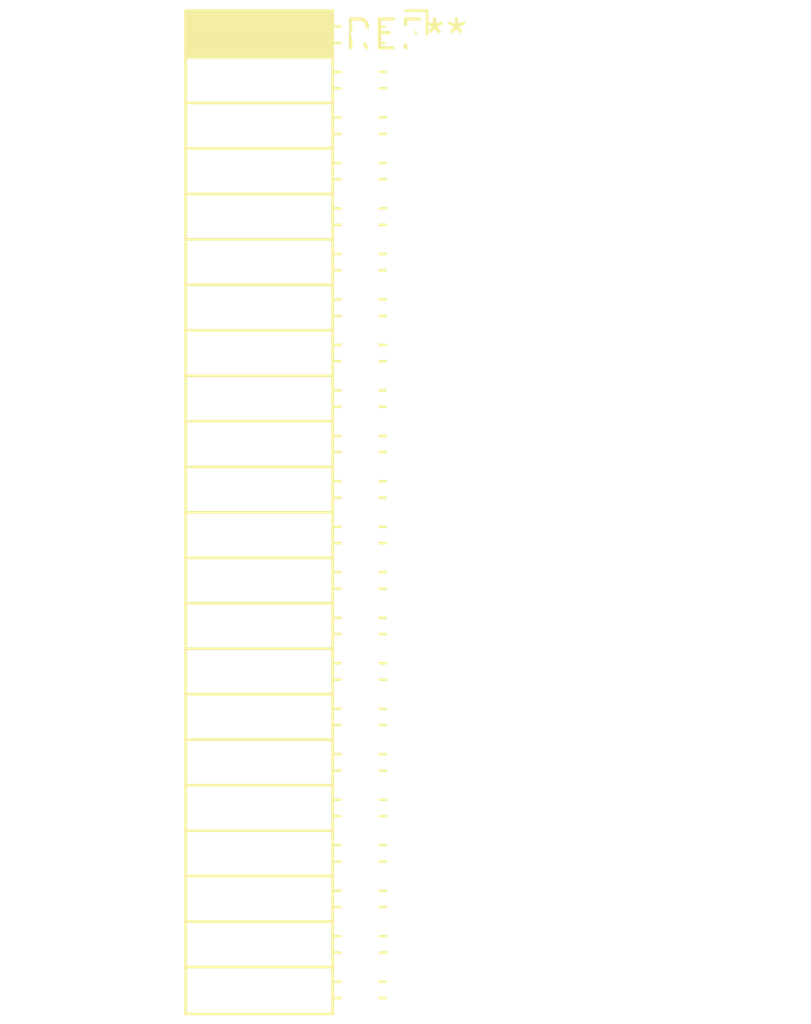
<source format=kicad_pcb>
(kicad_pcb (version 20240108) (generator pcbnew)
  (layers (0 "F.Cu" signal) (31 "B.Cu" signal) (34 "B.Paste" user) (35 "F.Paste" user) (36 "B.SilkS" user "B.Silkscreen") (37 "F.SilkS" user "F.Silkscreen") (38 "B.Mask" user) (39 "F.Mask" user) (44 "Edge.Cuts" user))
  (net 0 "")
  (footprint "PinSocket_2x22_P2.00mm_Horizontal" (layer "F.Cu") (at 0 0)
    (property "Reference" "REF**")
    (property "Value" "PinSocket_2x22_P2.00mm_Horizontal")
    (fp_line (start -9.68 -1.06) (end -9.68 43.06) (layer "F.SilkS") (stroke (width 0.12)))
    (fp_line (start -9.68 -1.06) (end -3.21 -1.06) (layer "F.SilkS") (stroke (width 0.12)))
    (fp_line (start -9.68 -0.94) (end -3.21 -0.94) (layer "F.SilkS") (stroke (width 0.12)))
    (fp_line (start -9.68 -0.825882) (end -3.21 -0.825882) (layer "F.SilkS") (stroke (width 0.12)))
    (fp_line (start -9.68 -0.711764) (end -3.21 -0.711764) (layer "F.SilkS") (stroke (width 0.12)))
    (fp_line (start -9.68 -0.597646) (end -3.21 -0.597646) (layer "F.SilkS") (stroke (width 0.12)))
    (fp_line (start -9.68 -0.483528) (end -3.21 -0.483528) (layer "F.SilkS") (stroke (width 0.12)))
    (fp_line (start -9.68 -0.36941) (end -3.21 -0.36941) (layer "F.SilkS") (stroke (width 0.12)))
    (fp_line (start -9.68 -0.255292) (end -3.21 -0.255292) (layer "F.SilkS") (stroke (width 0.12)))
    (fp_line (start -9.68 -0.141174) (end -3.21 -0.141174) (layer "F.SilkS") (stroke (width 0.12)))
    (fp_line (start -9.68 -0.027056) (end -3.21 -0.027056) (layer "F.SilkS") (stroke (width 0.12)))
    (fp_line (start -9.68 0.087062) (end -3.21 0.087062) (layer "F.SilkS") (stroke (width 0.12)))
    (fp_line (start -9.68 0.20118) (end -3.21 0.20118) (layer "F.SilkS") (stroke (width 0.12)))
    (fp_line (start -9.68 0.315298) (end -3.21 0.315298) (layer "F.SilkS") (stroke (width 0.12)))
    (fp_line (start -9.68 0.429416) (end -3.21 0.429416) (layer "F.SilkS") (stroke (width 0.12)))
    (fp_line (start -9.68 0.543534) (end -3.21 0.543534) (layer "F.SilkS") (stroke (width 0.12)))
    (fp_line (start -9.68 0.657652) (end -3.21 0.657652) (layer "F.SilkS") (stroke (width 0.12)))
    (fp_line (start -9.68 0.77177) (end -3.21 0.77177) (layer "F.SilkS") (stroke (width 0.12)))
    (fp_line (start -9.68 0.885888) (end -3.21 0.885888) (layer "F.SilkS") (stroke (width 0.12)))
    (fp_line (start -9.68 1) (end -3.21 1) (layer "F.SilkS") (stroke (width 0.12)))
    (fp_line (start -9.68 3) (end -3.21 3) (layer "F.SilkS") (stroke (width 0.12)))
    (fp_line (start -9.68 5) (end -3.21 5) (layer "F.SilkS") (stroke (width 0.12)))
    (fp_line (start -9.68 7) (end -3.21 7) (layer "F.SilkS") (stroke (width 0.12)))
    (fp_line (start -9.68 9) (end -3.21 9) (layer "F.SilkS") (stroke (width 0.12)))
    (fp_line (start -9.68 11) (end -3.21 11) (layer "F.SilkS") (stroke (width 0.12)))
    (fp_line (start -9.68 13) (end -3.21 13) (layer "F.SilkS") (stroke (width 0.12)))
    (fp_line (start -9.68 15) (end -3.21 15) (layer "F.SilkS") (stroke (width 0.12)))
    (fp_line (start -9.68 17) (end -3.21 17) (layer "F.SilkS") (stroke (width 0.12)))
    (fp_line (start -9.68 19) (end -3.21 19) (layer "F.SilkS") (stroke (width 0.12)))
    (fp_line (start -9.68 21) (end -3.21 21) (layer "F.SilkS") (stroke (width 0.12)))
    (fp_line (start -9.68 23) (end -3.21 23) (layer "F.SilkS") (stroke (width 0.12)))
    (fp_line (start -9.68 25) (end -3.21 25) (layer "F.SilkS") (stroke (width 0.12)))
    (fp_line (start -9.68 27) (end -3.21 27) (layer "F.SilkS") (stroke (width 0.12)))
    (fp_line (start -9.68 29) (end -3.21 29) (layer "F.SilkS") (stroke (width 0.12)))
    (fp_line (start -9.68 31) (end -3.21 31) (layer "F.SilkS") (stroke (width 0.12)))
    (fp_line (start -9.68 33) (end -3.21 33) (layer "F.SilkS") (stroke (width 0.12)))
    (fp_line (start -9.68 35) (end -3.21 35) (layer "F.SilkS") (stroke (width 0.12)))
    (fp_line (start -9.68 37) (end -3.21 37) (layer "F.SilkS") (stroke (width 0.12)))
    (fp_line (start -9.68 39) (end -3.21 39) (layer "F.SilkS") (stroke (width 0.12)))
    (fp_line (start -9.68 41) (end -3.21 41) (layer "F.SilkS") (stroke (width 0.12)))
    (fp_line (start -9.68 43.06) (end -3.21 43.06) (layer "F.SilkS") (stroke (width 0.12)))
    (fp_line (start -3.21 -1.06) (end -3.21 43.06) (layer "F.SilkS") (stroke (width 0.12)))
    (fp_line (start -3.21 -0.36) (end -2.862917 -0.36) (layer "F.SilkS") (stroke (width 0.12)))
    (fp_line (start -3.21 0.36) (end -2.862917 0.36) (layer "F.SilkS") (stroke (width 0.12)))
    (fp_line (start -3.21 1.64) (end -2.862917 1.64) (layer "F.SilkS") (stroke (width 0.12)))
    (fp_line (start -3.21 2.36) (end -2.862917 2.36) (layer "F.SilkS") (stroke (width 0.12)))
    (fp_line (start -3.21 3.64) (end -2.862917 3.64) (layer "F.SilkS") (stroke (width 0.12)))
    (fp_line (start -3.21 4.36) (end -2.862917 4.36) (layer "F.SilkS") (stroke (width 0.12)))
    (fp_line (start -3.21 5.64) (end -2.862917 5.64) (layer "F.SilkS") (stroke (width 0.12)))
    (fp_line (start -3.21 6.36) (end -2.862917 6.36) (layer "F.SilkS") (stroke (width 0.12)))
    (fp_line (start -3.21 7.64) (end -2.862917 7.64) (layer "F.SilkS") (stroke (width 0.12)))
    (fp_line (start -3.21 8.36) (end -2.862917 8.36) (layer "F.SilkS") (stroke (width 0.12)))
    (fp_line (start -3.21 9.64) (end -2.862917 9.64) (layer "F.SilkS") (stroke (width 0.12)))
    (fp_line (start -3.21 10.36) (end -2.862917 10.36) (layer "F.SilkS") (stroke (width 0.12)))
    (fp_line (start -3.21 11.64) (end -2.862917 11.64) (layer "F.SilkS") (stroke (width 0.12)))
    (fp_line (start -3.21 12.36) (end -2.862917 12.36) (layer "F.SilkS") (stroke (width 0.12)))
    (fp_line (start -3.21 13.64) (end -2.862917 13.64) (layer "F.SilkS") (stroke (width 0.12)))
    (fp_line (start -3.21 14.36) (end -2.862917 14.36) (layer "F.SilkS") (stroke (width 0.12)))
    (fp_line (start -3.21 15.64) (end -2.862917 15.64) (layer "F.SilkS") (stroke (width 0.12)))
    (fp_line (start -3.21 16.36) (end -2.862917 16.36) (layer "F.SilkS") (stroke (width 0.12)))
    (fp_line (start -3.21 17.64) (end -2.862917 17.64) (layer "F.SilkS") (stroke (width 0.12)))
    (fp_line (start -3.21 18.36) (end -2.862917 18.36) (layer "F.SilkS") (stroke (width 0.12)))
    (fp_line (start -3.21 19.64) (end -2.862917 19.64) (layer "F.SilkS") (stroke (width 0.12)))
    (fp_line (start -3.21 20.36) (end -2.862917 20.36) (layer "F.SilkS") (stroke (width 0.12)))
    (fp_line (start -3.21 21.64) (end -2.862917 21.64) (layer "F.SilkS") (stroke (width 0.12)))
    (fp_line (start -3.21 22.36) (end -2.862917 22.36) (layer "F.SilkS") (stroke (width 0.12)))
    (fp_line (start -3.21 23.64) (end -2.862917 23.64) (layer "F.SilkS") (stroke (width 0.12)))
    (fp_line (start -3.21 24.36) (end -2.862917 24.36) (layer "F.SilkS") (stroke (width 0.12)))
    (fp_line (start -3.21 25.64) (end -2.862917 25.64) (layer "F.SilkS") (stroke (width 0.12)))
    (fp_line (start -3.21 26.36) (end -2.862917 26.36) (layer "F.SilkS") (stroke (width 0.12)))
    (fp_line (start -3.21 27.64) (end -2.862917 27.64) (layer "F.SilkS") (stroke (width 0.12)))
    (fp_line (start -3.21 28.36) (end -2.862917 28.36) (layer "F.SilkS") (stroke (width 0.12)))
    (fp_line (start -3.21 29.64) (end -2.862917 29.64) (layer "F.SilkS") (stroke (width 0.12)))
    (fp_line (start -3.21 30.36) (end -2.862917 30.36) (layer "F.SilkS") (stroke (width 0.12)))
    (fp_line (start -3.21 31.64) (end -2.862917 31.64) (layer "F.SilkS") (stroke (width 0.12)))
    (fp_line (start -3.21 32.36) (end -2.862917 32.36) (layer "F.SilkS") (stroke (width 0.12)))
    (fp_line (start -3.21 33.64) (end -2.862917 33.64) (layer "F.SilkS") (stroke (width 0.12)))
    (fp_line (start -3.21 34.36) (end -2.862917 34.36) (layer "F.SilkS") (stroke (width 0.12)))
    (fp_line (start -3.21 35.64) (end -2.862917 35.64) (layer "F.SilkS") (stroke (width 0.12)))
    (fp_line (start -3.21 36.36) (end -2.862917 36.36) (layer "F.SilkS") (stroke (width 0.12)))
    (fp_line (start -3.21 37.64) (end -2.862917 37.64) (layer "F.SilkS") (stroke (width 0.12)))
    (fp_line (start -3.21 38.36) (end -2.862917 38.36) (layer "F.SilkS") (stroke (width 0.12)))
    (fp_line (start -3.21 39.64) (end -2.862917 39.64) (layer "F.SilkS") (stroke (width 0.12)))
    (fp_line (start -3.21 40.36) (end -2.862917 40.36) (layer "F.SilkS") (stroke (width 0.12)))
    (fp_line (start -3.21 41.64) (end -2.862917 41.64) (layer "F.SilkS") (stroke (width 0.12)))
    (fp_line (start -3.21 42.36) (end -2.862917 42.36) (layer "F.SilkS") (stroke (width 0.12)))
    (fp_line (start -1.137083 -0.36) (end -0.935 -0.36) (layer "F.SilkS") (stroke (width 0.12)))
    (fp_line (start -1.137083 0.36) (end -0.935 0.36) (layer "F.SilkS") (stroke (width 0.12)))
    (fp_line (start -1.137083 1.64) (end -0.862917 1.64) (layer "F.SilkS") (stroke (width 0.12)))
    (fp_line (start -1.137083 2.36) (end -0.862917 2.36) (layer "F.SilkS") (stroke (width 0.12)))
    (fp_line (start -1.137083 3.64) (end -0.862917 3.64) (layer "F.SilkS") (stroke (width 0.12)))
    (fp_line (start -1.137083 4.36) (end -0.862917 4.36) (layer "F.SilkS") (stroke (width 0.12)))
    (fp_line (start -1.137083 5.64) (end -0.862917 5.64) (layer "F.SilkS") (stroke (width 0.12)))
    (fp_line (start -1.137083 6.36) (end -0.862917 6.36) (layer "F.SilkS") (stroke (width 0.12)))
    (fp_line (start -1.137083 7.64) (end -0.862917 7.64) (layer "F.SilkS") (stroke (width 0.12)))
    (fp_line (start -1.137083 8.36) (end -0.862917 8.36) (layer "F.SilkS") (stroke (width 0.12)))
    (fp_line (start -1.137083 9.64) (end -0.862917 9.64) (layer "F.SilkS") (stroke (width 0.12)))
    (fp_line (start -1.137083 10.36) (end -0.862917 10.36) (layer "F.SilkS") (stroke (width 0.12)))
    (fp_line (start -1.137083 11.64) (end -0.862917 11.64) (layer "F.SilkS") (stroke (width 0.12)))
    (fp_line (start -1.137083 12.36) (end -0.862917 12.36) (layer "F.SilkS") (stroke (width 0.12)))
    (fp_line (start -1.137083 13.64) (end -0.862917 13.64) (layer "F.SilkS") (stroke (width 0.12)))
    (fp_line (start -1.137083 14.36) (end -0.862917 14.36) (layer "F.SilkS") (stroke (width 0.12)))
    (fp_line (start -1.137083 15.64) (end -0.862917 15.64) (layer "F.SilkS") (stroke (width 0.12)))
    (fp_line (start -1.137083 16.36) (end -0.862917 16.36) (layer "F.SilkS") (stroke (width 0.12)))
    (fp_line (start -1.137083 17.64) (end -0.862917 17.64) (layer "F.SilkS") (stroke (width 0.12)))
    (fp_line (start -1.137083 18.36) (end -0.862917 18.36) (layer "F.SilkS") (stroke (width 0.12)))
    (fp_line (start -1.137083 19.64) (end -0.862917 19.64) (layer "F.SilkS") (stroke (width 0.12)))
    (fp_line (start -1.137083 20.36) (end -0.862917 20.36) (layer "F.SilkS") (stroke (width 0.12)))
    (fp_line (start -1.137083 21.64) (end -0.862917 21.64) (layer "F.SilkS") (stroke (width 0.12)))
    (fp_line (start -1.137083 22.36) (end -0.862917 22.36) (layer "F.SilkS") (stroke (width 0.12)))
    (fp_line (start -1.137083 23.64) (end -0.862917 23.64) (layer "F.SilkS") (stroke (width 0.12)))
    (fp_line (start -1.137083 24.36) (end -0.862917 24.36) (layer "F.SilkS") (stroke (width 0.12)))
    (fp_line (start -1.137083 25.64) (end -0.862917 25.64) (layer "F.SilkS") (stroke (width 0.12)))
    (fp_line (start -1.137083 26.36) (end -0.862917 26.36) (layer "F.SilkS") (stroke (width 0.12)))
    (fp_line (start -1.137083 27.64) (end -0.862917 27.64) (layer "F.SilkS") (stroke (width 0.12)))
    (fp_line (start -1.137083 28.36) (end -0.862917 28.36) (layer "F.SilkS") (stroke (width 0.12)))
    (fp_line (start -1.137083 29.64) (end -0.862917 29.64) (layer "F.SilkS") (stroke (width 0.12)))
    (fp_line (start -1.137083 30.36) (end -0.862917 30.36) (layer "F.SilkS") (stroke (width 0.12)))
    (fp_line (start -1.137083 31.64) (end -0.862917 31.64) (layer "F.SilkS") (stroke (width 0.12)))
    (fp_line (start -1.137083 32.36) (end -0.862917 32.36) (layer "F.SilkS") (stroke (width 0.12)))
    (fp_line (start -1.137083 33.64) (end -0.862917 33.64) (layer "F.SilkS") (stroke (width 0.12)))
    (fp_line (start -1.137083 34.36) (end -0.862917 34.36) (layer "F.SilkS") (stroke (width 0.12)))
    (fp_line (start -1.137083 35.64) (end -0.862917 35.64) (layer "F.SilkS") (stroke (width 0.12)))
    (fp_line (start -1.137083 36.36) (end -0.862917 36.36) (layer "F.SilkS") (stroke (width 0.12)))
    (fp_line (start -1.137083 37.64) (end -0.862917 37.64) (layer "F.SilkS") (stroke (width 0.12)))
    (fp_line (start -1.137083 38.36) (end -0.862917 38.36) (layer "F.SilkS") (stroke (width 0.12)))
    (fp_line (start -1.137083 39.64) (end -0.862917 39.64) (layer "F.SilkS") (stroke (width 0.12)))
    (fp_line (start -1.137083 40.36) (end -0.862917 40.36) (layer "F.SilkS") (stroke (width 0.12)))
    (fp_line (start -1.137083 41.64) (end -0.862917 41.64) (layer "F.SilkS") (stroke (width 0.12)))
    (fp_line (start -1.137083 42.36) (end -0.862917 42.36) (layer "F.SilkS") (stroke (width 0.12)))
    (fp_line (start 0 -1.06) (end 0.935 -1.06) (layer "F.SilkS") (stroke (width 0.12)))
    (fp_line (start 0.935 -1.06) (end 0.935 0) (layer "F.SilkS") (stroke (width 0.12)))
    (pad "1" thru_hole rect (at 0 0) (size 1.35 1.35) (drill 0.8) (layers *.Cu *.Mask) (remove_unused_layers))
    (pad "2" thru_hole oval (at -2 0) (size 1.35 1.35) (drill 0.8) (layers *.Cu *.Mask) (remove_unused_layers))
    (pad "3" thru_hole oval (at 0 2) (size 1.35 1.35) (drill 0.8) (layers *.Cu *.Mask) (remove_unused_layers))
    (pad "4" thru_hole oval (at -2 2) (size 1.35 1.35) (drill 0.8) (layers *.Cu *.Mask) (remove_unused_layers))
    (pad "5" thru_hole oval (at 0 4) (size 1.35 1.35) (drill 0.8) (layers *.Cu *.Mask) (remove_unused_layers))
    (pad "6" thru_hole oval (at -2 4) (size 1.35 1.35) (drill 0.8) (layers *.Cu *.Mask) (remove_unused_layers))
    (pad "7" thru_hole oval (at 0 6) (size 1.35 1.35) (drill 0.8) (layers *.Cu *.Mask) (remove_unused_layers))
    (pad "8" thru_hole oval (at -2 6) (size 1.35 1.35) (drill 0.8) (layers *.Cu *.Mask) (remove_unused_layers))
    (pad "9" thru_hole oval (at 0 8) (size 1.35 1.35) (drill 0.8) (layers *.Cu *.Mask) (remove_unused_layers))
    (pad "10" thru_hole oval (at -2 8) (size 1.35 1.35) (drill 0.8) (layers *.Cu *.Mask) (remove_unused_layers))
    (pad "11" thru_hole oval (at 0 10) (size 1.35 1.35) (drill 0.8) (layers *.Cu *.Mask) (remove_unused_layers))
    (pad "12" thru_hole oval (at -2 10) (size 1.35 1.35) (drill 0.8) (layers *.Cu *.Mask) (remove_unused_layers))
    (pad "13" thru_hole oval (at 0 12) (size 1.35 1.35) (drill 0.8) (layers *.Cu *.Mask) (remove_unused_layers))
    (pad "14" thru_hole oval (at -2 12) (size 1.35 1.35) (drill 0.8) (layers *.Cu *.Mask) (remove_unused_layers))
    (pad "15" thru_hole oval (at 0 14) (size 1.35 1.35) (drill 0.8) (layers *.Cu *.Mask) (remove_unused_layers))
    (pad "16" thru_hole oval (at -2 14) (size 1.35 1.35) (drill 0.8) (layers *.Cu *.Mask) (remove_unused_layers))
    (pad "17" thru_hole oval (at 0 16) (size 1.35 1.35) (drill 0.8) (layers *.Cu *.Mask) (remove_unused_layers))
    (pad "18" thru_hole oval (at -2 16) (size 1.35 1.35) (drill 0.8) (layers *.Cu *.Mask) (remove_unused_layers))
    (pad "19" thru_hole oval (at 0 18) (size 1.35 1.35) (drill 0.8) (layers *.Cu *.Mask) (remove_unused_layers))
    (pad "20" thru_hole oval (at -2 18) (size 1.35 1.35) (drill 0.8) (layers *.Cu *.Mask) (remove_unused_layers))
    (pad "21" thru_hole oval (at 0 20) (size 1.35 1.35) (drill 0.8) (layers *.Cu *.Mask) (remove_unused_layers))
    (pad "22" thru_hole oval (at -2 20) (size 1.35 1.35) (drill 0.8) (layers *.Cu *.Mask) (remove_unused_layers))
    (pad "23" thru_hole oval (at 0 22) (size 1.35 1.35) (drill 0.8) (layers *.Cu *.Mask) (remove_unused_layers))
    (pad "24" thru_hole oval (at -2 22) (size 1.35 1.35) (drill 0.8) (layers *.Cu *.Mask) (remove_unused_layers))
    (pad "25" thru_hole oval (at 0 24) (size 1.35 1.35) (drill 0.8) (layers *.Cu *.Mask) (remove_unused_layers))
    (pad "26" thru_hole oval (at -2 24) (size 1.35 1.35) (drill 0.8) (layers *.Cu *.Mask) (remove_unused_layers))
    (pad "27" thru_hole oval (at 0 26) (size 1.35 1.35) (drill 0.8) (layers *.Cu *.Mask) (remove_unused_layers))
    (pad "28" thru_hole oval (at -2 26) (size 1.35 1.35) (drill 0.8) (layers *.Cu *.Mask) (remove_unused_layers))
    (pad "29" thru_hole oval (at 0 28) (size 1.35 1.35) (drill 0.8) (layers *.Cu *.Mask) (remove_unused_layers))
    (pad "30" thru_hole oval (at -2 28) (size 1.35 1.35) (drill 0.8) (layers *.Cu *.Mask) (remove_unused_layers))
    (pad "31" thru_hole oval (at 0 30) (size 1.35 1.35) (drill 0.8) (layers *.Cu *.Mask) (remove_unused_layers))
    (pad "32" thru_hole oval (at -2 30) (size 1.35 1.35) (drill 0.8) (layers *.Cu *.Mask) (remove_unused_layers))
    (pad "33" thru_hole oval (at 0 32) (size 1.35 1.35) (drill 0.8) (layers *.Cu *.Mask) (remove_unused_layers))
    (pad "34" thru_hole oval (at -2 32) (size 1.35 1.35) (drill 0.8) (layers *.Cu *.Mask) (remove_unused_layers))
    (pad "35" thru_hole oval (at 0 34) (size 1.35 1.35) (drill 0.8) (layers *.Cu *.Mask) (remove_unused_layers))
    (pad "36" thru_hole oval (at -2 34) (size 1.35 1.35) (drill 0.8) (layers *.Cu *.Mask) (remove_unused_layers))
    (pad "37" thru_hole oval (at 0 36) (size 1.35 1.35) (drill 0.8) (layers *.Cu *.Mask) (remove_unused_layers))
    (pad "38" thru_hole oval (at -2 36) (size 1.35 1.35) (drill 0.8) (layers *.Cu *.Mask) (remove_unused_layers))
    (pad "39" thru_hole oval (at 0 38) (size 1.35 1.35) (drill 0.8) (layers *.Cu *.Mask) (remove_unused_layers))
    (pad "40" thru_hole oval (at -2 38) (size 1.35 1.35) (drill 0.8) (layers *.Cu *.Mask) (remove_unused_layers))
    (pad "41" thru_hole oval (at 0 40) (size 1.35 1.35) (drill 0.8) (layers *.Cu *.Mask) (remove_unused_layers))
    (pad "42" thru_hole oval (at -2 40) (size 1.35 1.35) (drill 0.8) (layers *.Cu *.Mask) (remove_unused_layers))
    (pad "43" thru_hole oval (at 0 42) (size 1.35 1.35) (drill 0.8) (layers *.Cu *.Mask) (remove_unused_layers))
    (pad "44" thru_hole oval (at -2 42) (size 1.35 1.35) (drill 0.8) (layers *.Cu *.Mask) (remove_unused_layers))
  )
)
</source>
